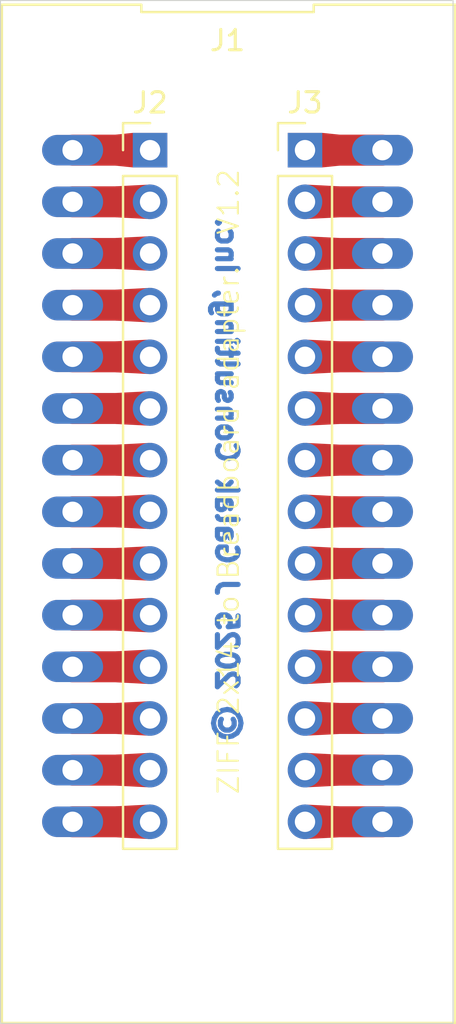
<source format=kicad_pcb>
(kicad_pcb (version 20240108) (generator "pcbnew") (generator_version "8.0")
  (layers (0 "F.Cu" jumper) (31 "B.Cu" signal) (34 "B.Paste" user) (35 "F.Paste" user) (36 "B.SilkS" user "B.Silkscreen") (37 "F.SilkS" user "F.Silkscreen") (38 "B.Mask" user) (39 "F.Mask" user) (44 "Edge.Cuts" user))
  (net 0 "")
  (net 1 "Net-(J1-Pin_18)")
  (net 2 "Net-(J1-Pin_7)")
  (net 3 "Net-(J1-Pin_21)")
  (net 4 "Net-(J1-Pin_6)")
  (net 5 "Net-(J1-Pin_11)")
  (net 6 "Net-(J1-Pin_10)")
  (net 7 "Net-(J1-Pin_26)")
  (net 8 "Net-(J1-Pin_27)")
  (net 9 "Net-(J1-Pin_4)")
  (net 10 "Net-(J1-Pin_9)")
  (net 11 "Net-(J1-Pin_1)")
  (net 12 "Net-(J1-Pin_28)")
  (net 13 "Net-(J1-Pin_8)")
  (net 14 "Net-(J1-Pin_13)")
  (net 15 "Net-(J1-Pin_12)")
  (net 16 "Net-(J1-Pin_5)")
  (net 17 "Net-(J1-Pin_17)")
  (net 18 "Net-(J1-Pin_19)")
  (net 19 "Net-(J1-Pin_3)")
  (net 20 "Net-(J1-Pin_14)")
  (net 21 "Net-(J1-Pin_24)")
  (net 22 "Net-(J1-Pin_16)")
  (net 23 "Net-(J1-Pin_2)")
  (net 24 "Net-(J1-Pin_15)")
  (net 25 "Net-(J1-Pin_22)")
  (net 26 "Net-(J1-Pin_20)")
  (net 27 "Net-(J1-Pin_25)")
  (net 28 "Net-(J1-Pin_23)")
  (footprint "Connector_PinHeader_2.54mm:PinHeader_1x14_P2.54mm_Vertical" (layer "F.Cu") (at 101.6 0)
    (property "Reference" "J2" (at 0 -2.33 0) (layer "F.SilkS"))
    (property "Value" "Conn_01x14")
    (fp_line (start -1.33 -1.33) (end 0 -1.33) (stroke (width 0.12)) (layer "F.SilkS"))
    (fp_line (start -1.33 0) (end -1.33 -1.33) (stroke (width 0.12)) (layer "F.SilkS"))
    (fp_line (start -1.33 1.27) (end -1.33 34.35) (stroke (width 0.12)) (layer "F.SilkS"))
    (fp_line (start -1.33 1.27) (end 1.33 1.27) (stroke (width 0.12)) (layer "F.SilkS"))
    (fp_line (start -1.33 34.35) (end 1.33 34.35) (stroke (width 0.12)) (layer "F.SilkS"))
    (fp_line (start 1.33 1.27) (end 1.33 34.35) (stroke (width 0.12)) (layer "F.SilkS"))
    (pad "1" thru_hole rect (at 0 0) (size 1.7 1.7) (drill 1) (layers "*.Cu" "*.Mask") (net 11 "Net-(J1-Pin_1)"))
    (pad "2" thru_hole oval (at 0 2.54) (size 1.7 1.7) (drill 1) (layers "*.Cu" "*.Mask") (net 23 "Net-(J1-Pin_2)"))
    (pad "3" thru_hole oval (at 0 5.08) (size 1.7 1.7) (drill 1) (layers "*.Cu" "*.Mask") (net 19 "Net-(J1-Pin_3)"))
    (pad "4" thru_hole oval (at 0 7.62) (size 1.7 1.7) (drill 1) (layers "*.Cu" "*.Mask") (net 9 "Net-(J1-Pin_4)"))
    (pad "5" thru_hole oval (at 0 10.16) (size 1.7 1.7) (drill 1) (layers "*.Cu" "*.Mask") (net 16 "Net-(J1-Pin_5)"))
    (pad "6" thru_hole oval (at 0 12.7) (size 1.7 1.7) (drill 1) (layers "*.Cu" "*.Mask") (net 4 "Net-(J1-Pin_6)"))
    (pad "7" thru_hole oval (at 0 15.24) (size 1.7 1.7) (drill 1) (layers "*.Cu" "*.Mask") (net 2 "Net-(J1-Pin_7)"))
    (pad "8" thru_hole oval (at 0 17.78) (size 1.7 1.7) (drill 1) (layers "*.Cu" "*.Mask") (net 13 "Net-(J1-Pin_8)"))
    (pad "9" thru_hole oval (at 0 20.32) (size 1.7 1.7) (drill 1) (layers "*.Cu" "*.Mask") (net 10 "Net-(J1-Pin_9)"))
    (pad "10" thru_hole oval (at 0 22.86) (size 1.7 1.7) (drill 1) (layers "*.Cu" "*.Mask") (net 6 "Net-(J1-Pin_10)"))
    (pad "11" thru_hole oval (at 0 25.4) (size 1.7 1.7) (drill 1) (layers "*.Cu" "*.Mask") (net 5 "Net-(J1-Pin_11)"))
    (pad "12" thru_hole oval (at 0 27.94) (size 1.7 1.7) (drill 1) (layers "*.Cu" "*.Mask") (net 15 "Net-(J1-Pin_12)"))
    (pad "13" thru_hole oval (at 0 30.48) (size 1.7 1.7) (drill 1) (layers "*.Cu" "*.Mask") (net 14 "Net-(J1-Pin_13)"))
    (pad "14" thru_hole oval (at 0 33.02) (size 1.7 1.7) (drill 1) (layers "*.Cu" "*.Mask") (net 20 "Net-(J1-Pin_14)"))
  )
  (footprint "JgalakLib:ZIFF Socket - DIP-28 - 15.24mm x 2.54mm" (layer "F.Cu") (at 105.41 16.51 -90)
    (property "Reference" "J1" (at -21.9 0 0) (layer "F.SilkS"))
    (property "Value" "Conn_02x14_Counter_Clockwise")
    (fp_line (start -23.65 11.1) (end 26.4 11.1) (stroke (width 0.12)) (layer "F.SilkS"))
    (fp_line (start 26.4 11.1) (end 26.4 -11.2) (stroke (width 0.12)) (layer "F.SilkS"))
    (fp_line (start -23.66 4.239999) (end -23.66 11.1) (stroke (width 0.12)) (layer "F.SilkS"))
    (fp_line (start -23.3 4.239999) (end -23.66 4.239999) (stroke (width 0.12)) (layer "F.SilkS"))
    (fp_line (start -23.66 -4.24) (end -23.3 -4.24) (stroke (width 0.12)) (layer "F.SilkS"))
    (fp_line (start -23.3 -4.24) (end -23.3 4.239999) (stroke (width 0.12)) (layer "F.SilkS"))
    (fp_line (start -23.66 -11.2) (end -23.66 -4.24) (stroke (width 0.12)) (layer "F.SilkS"))
    (fp_line (start 26.4 -11.2) (end -23.65 -11.2) (stroke (width 0.12)) (layer "F.SilkS"))
    (pad "1" thru_hole oval (at -16.51 7.62 270) (size 1.5 3) (drill 1) (layers "*.Cu" "*.Mask") (net 11 "Net-(J1-Pin_1)"))
    (pad "2" thru_hole oval (at -13.97 7.62 270) (size 1.5 3) (drill 1) (layers "*.Cu" "*.Mask") (net 23 "Net-(J1-Pin_2)"))
    (pad "3" thru_hole oval (at -11.43 7.62 270) (size 1.5 3) (drill 1) (layers "*.Cu" "*.Mask") (net 19 "Net-(J1-Pin_3)"))
    (pad "4" thru_hole oval (at -8.89 7.62 270) (size 1.5 3) (drill 1) (layers "*.Cu" "*.Mask") (net 9 "Net-(J1-Pin_4)"))
    (pad "5" thru_hole oval (at -6.35 7.62 270) (size 1.5 3) (drill 1) (layers "*.Cu" "*.Mask") (net 16 "Net-(J1-Pin_5)"))
    (pad "6" thru_hole oval (at -3.81 7.62 270) (size 1.5 3) (drill 1) (layers "*.Cu" "*.Mask") (net 4 "Net-(J1-Pin_6)"))
    (pad "7" thru_hole oval (at -1.27 7.62 270) (size 1.5 3) (drill 1) (layers "*.Cu" "*.Mask") (net 2 "Net-(J1-Pin_7)"))
    (pad "8" thru_hole oval (at 1.27 7.62 270) (size 1.5 3) (drill 1) (layers "*.Cu" "*.Mask") (net 13 "Net-(J1-Pin_8)"))
    (pad "9" thru_hole oval (at 3.81 7.62 270) (size 1.5 3) (drill 1) (layers "*.Cu" "*.Mask") (net 10 "Net-(J1-Pin_9)"))
    (pad "10" thru_hole oval (at 6.35 7.62 270) (size 1.5 3) (drill 1) (layers "*.Cu" "*.Mask") (net 6 "Net-(J1-Pin_10)"))
    (pad "11" thru_hole oval (at 8.89 7.62 270) (size 1.5 3) (drill 1) (layers "*.Cu" "*.Mask") (net 5 "Net-(J1-Pin_11)"))
    (pad "12" thru_hole oval (at 11.43 7.62 270) (size 1.5 3) (drill 1) (layers "*.Cu" "*.Mask") (net 15 "Net-(J1-Pin_12)"))
    (pad "13" thru_hole oval (at 13.97 7.62 270) (size 1.5 3) (drill 1) (layers "*.Cu" "*.Mask") (net 14 "Net-(J1-Pin_13)"))
    (pad "14" thru_hole oval (at 16.51 7.62 270) (size 1.5 3) (drill 1) (layers "*.Cu" "*.Mask") (net 20 "Net-(J1-Pin_14)"))
    (pad "15" thru_hole oval (at 16.51 -7.62 270) (size 1.5 3) (drill 1) (layers "*.Cu" "*.Mask") (net 24 "Net-(J1-Pin_15)"))
    (pad "16" thru_hole oval (at 13.97 -7.62 270) (size 1.5 3) (drill 1) (layers "*.Cu" "*.Mask") (net 22 "Net-(J1-Pin_16)"))
    (pad "17" thru_hole oval (at 11.43 -7.62 270) (size 1.5 3) (drill 1) (layers "*.Cu" "*.Mask") (net 17 "Net-(J1-Pin_17)"))
    (pad "18" thru_hole oval (at 8.89 -7.62 270) (size 1.5 3) (drill 1) (layers "*.Cu" "*.Mask") (net 1 "Net-(J1-Pin_18)"))
    (pad "19" thru_hole oval (at 6.35 -7.62 270) (size 1.5 3) (drill 1) (layers "*.Cu" "*.Mask") (net 18 "Net-(J1-Pin_19)"))
    (pad "20" thru_hole oval (at 3.81 -7.62 270) (size 1.5 3) (drill 1) (layers "*.Cu" "*.Mask") (net 26 "Net-(J1-Pin_20)"))
    (pad "21" thru_hole oval (at 1.27 -7.62 270) (size 1.5 3) (drill 1) (layers "*.Cu" "*.Mask") (net 3 "Net-(J1-Pin_21)"))
    (pad "22" thru_hole oval (at -1.27 -7.62 270) (size 1.5 3) (drill 1) (layers "*.Cu" "*.Mask") (net 25 "Net-(J1-Pin_22)"))
    (pad "23" thru_hole oval (at -3.81 -7.62 270) (size 1.5 3) (drill 1) (layers "*.Cu" "*.Mask") (net 28 "Net-(J1-Pin_23)"))
    (pad "24" thru_hole oval (at -6.35 -7.62 270) (size 1.5 3) (drill 1) (layers "*.Cu" "*.Mask") (net 21 "Net-(J1-Pin_24)"))
    (pad "25" thru_hole oval (at -8.89 -7.62 270) (size 1.5 3) (drill 1) (layers "*.Cu" "*.Mask") (net 27 "Net-(J1-Pin_25)"))
    (pad "26" thru_hole oval (at -11.43 -7.62 270) (size 1.5 3) (drill 1) (layers "*.Cu" "*.Mask") (net 7 "Net-(J1-Pin_26)"))
    (pad "27" thru_hole oval (at -13.97 -7.62 270) (size 1.5 3) (drill 1) (layers "*.Cu" "*.Mask") (net 8 "Net-(J1-Pin_27)"))
    (pad "28" thru_hole oval (at -16.51 -7.62 270) (size 1.5 3) (drill 1) (layers "*.Cu" "*.Mask") (net 12 "Net-(J1-Pin_28)"))
  )
  (footprint "Connector_PinHeader_2.54mm:PinHeader_1x14_P2.54mm_Vertical" (layer "F.Cu") (at 109.22 0)
    (property "Reference" "J3" (at 0 -2.33 0) (layer "F.SilkS"))
    (property "Value" "Conn_01x14")
    (fp_line (start -1.33 -1.33) (end 0 -1.33) (stroke (width 0.12)) (layer "F.SilkS"))
    (fp_line (start -1.33 0) (end -1.33 -1.33) (stroke (width 0.12)) (layer "F.SilkS"))
    (fp_line (start -1.33 1.27) (end -1.33 34.35) (stroke (width 0.12)) (layer "F.SilkS"))
    (fp_line (start -1.33 1.27) (end 1.33 1.27) (stroke (width 0.12)) (layer "F.SilkS"))
    (fp_line (start -1.33 34.35) (end 1.33 34.35) (stroke (width 0.12)) (layer "F.SilkS"))
    (fp_line (start 1.33 1.27) (end 1.33 34.35) (stroke (width 0.12)) (layer "F.SilkS"))
    (pad "1" thru_hole rect (at 0 0) (size 1.7 1.7) (drill 1) (layers "*.Cu" "*.Mask") (net 12 "Net-(J1-Pin_28)"))
    (pad "2" thru_hole oval (at 0 2.54) (size 1.7 1.7) (drill 1) (layers "*.Cu" "*.Mask") (net 8 "Net-(J1-Pin_27)"))
    (pad "3" thru_hole oval (at 0 5.08) (size 1.7 1.7) (drill 1) (layers "*.Cu" "*.Mask") (net 7 "Net-(J1-Pin_26)"))
    (pad "4" thru_hole oval (at 0 7.62) (size 1.7 1.7) (drill 1) (layers "*.Cu" "*.Mask") (net 27 "Net-(J1-Pin_25)"))
    (pad "5" thru_hole oval (at 0 10.16) (size 1.7 1.7) (drill 1) (layers "*.Cu" "*.Mask") (net 21 "Net-(J1-Pin_24)"))
    (pad "6" thru_hole oval (at 0 12.7) (size 1.7 1.7) (drill 1) (layers "*.Cu" "*.Mask") (net 28 "Net-(J1-Pin_23)"))
    (pad "7" thru_hole oval (at 0 15.24) (size 1.7 1.7) (drill 1) (layers "*.Cu" "*.Mask") (net 25 "Net-(J1-Pin_22)"))
    (pad "8" thru_hole oval (at 0 17.78) (size 1.7 1.7) (drill 1) (layers "*.Cu" "*.Mask") (net 3 "Net-(J1-Pin_21)"))
    (pad "9" thru_hole oval (at 0 20.32) (size 1.7 1.7) (drill 1) (layers "*.Cu" "*.Mask") (net 26 "Net-(J1-Pin_20)"))
    (pad "10" thru_hole oval (at 0 22.86) (size 1.7 1.7) (drill 1) (layers "*.Cu" "*.Mask") (net 18 "Net-(J1-Pin_19)"))
    (pad "11" thru_hole oval (at 0 25.4) (size 1.7 1.7) (drill 1) (layers "*.Cu" "*.Mask") (net 1 "Net-(J1-Pin_18)"))
    (pad "12" thru_hole oval (at 0 27.94) (size 1.7 1.7) (drill 1) (layers "*.Cu" "*.Mask") (net 17 "Net-(J1-Pin_17)"))
    (pad "13" thru_hole oval (at 0 30.48) (size 1.7 1.7) (drill 1) (layers "*.Cu" "*.Mask") (net 22 "Net-(J1-Pin_16)"))
    (pad "14" thru_hole oval (at 0 33.02) (size 1.7 1.7) (drill 1) (layers "*.Cu" "*.Mask") (net 24 "Net-(J1-Pin_15)"))
  )
  (gr_rect (start 94.244 -7.357) (end 116.502 42.926) (stroke (width 0.05)) (fill none) (layer "Edge.Cuts"))
  (gr_text "© 2025 J Galak Consulting, Inc." (at 104.775 29.21 -90) (layer "B.Cu") (effects (font (size 1.016 1.016) (thickness 0.254) (bold yes)) (justify left bottom mirror)))
  (gr_text "ZIFF 2x14 to Breadboard adapter.  V1.2" (at 106.045 31.75 90) (layer "F.SilkS") (effects (font (size 1 1) (thickness 0.1)) (justify left bottom)))
  (segment (start 113.03 25.4) (end 109.22 25.4) (width 1.524) (layer "F.Cu") (net 1))
  (segment (start 97.79 15.24) (end 101.6 15.24) (width 1.524) (layer "F.Cu") (net 2))
  (segment (start 109.22 17.78) (end 113.03 17.78) (width 1.524) (layer "F.Cu") (net 3))
  (segment (start 97.79 12.7) (end 101.6 12.7) (width 1.524) (layer "F.Cu") (net 4))
  (segment (start 97.79 25.4) (end 101.6 25.4) (width 1.524) (layer "F.Cu") (net 5))
  (segment (start 97.79 22.86) (end 101.6 22.86) (width 1.524) (layer "F.Cu") (net 6))
  (segment (start 109.22 5.08) (end 113.03 5.08) (width 1.524) (layer "F.Cu") (net 7))
  (segment (start 109.22 2.54) (end 113.03 2.54) (width 1.524) (layer "F.Cu") (net 8))
  (segment (start 97.79 7.62) (end 101.6 7.62) (width 1.524) (layer "F.Cu") (net 9))
  (segment (start 97.79 20.32) (end 101.6 20.32) (width 1.524) (layer "F.Cu") (net 10))
  (segment (start 97.79 0) (end 101.6 0) (width 1.524) (layer "F.Cu") (net 11))
  (segment (start 113.03 0) (end 109.22 0) (width 1.524) (layer "F.Cu") (net 12))
  (segment (start 97.79 17.78) (end 101.6 17.78) (width 1.524) (layer "F.Cu") (net 13))
  (segment (start 97.79 30.48) (end 101.6 30.48) (width 1.524) (layer "F.Cu") (net 14))
  (segment (start 97.79 27.94) (end 101.6 27.94) (width 1.524) (layer "F.Cu") (net 15))
  (segment (start 97.79 10.16) (end 101.6 10.16) (width 1.524) (layer "F.Cu") (net 16))
  (segment (start 109.22 27.94) (end 113.03 27.94) (width 1.524) (layer "F.Cu") (net 17))
  (segment (start 109.22 22.86) (end 113.03 22.86) (width 1.524) (layer "F.Cu") (net 18))
  (segment (start 97.79 5.08) (end 101.6 5.08) (width 1.524) (layer "F.Cu") (net 19))
  (segment (start 97.79 33.02) (end 101.6 33.02) (width 1.524) (layer "F.Cu") (net 20))
  (segment (start 109.22 10.16) (end 113.03 10.16) (width 1.524) (layer "F.Cu") (net 21))
  (segment (start 113.03 30.48) (end 109.22 30.48) (width 1.524) (layer "F.Cu") (net 22))
  (segment (start 97.79 2.54) (end 101.6 2.54) (width 1.524) (layer "F.Cu") (net 23))
  (segment (start 109.22 33.02) (end 113.03 33.02) (width 1.524) (layer "F.Cu") (net 24))
  (segment (start 109.22 15.24) (end 113.03 15.24) (width 1.524) (layer "F.Cu") (net 25))
  (segment (start 113.03 20.32) (end 109.22 20.32) (width 1.524) (layer "F.Cu") (net 26))
  (segment (start 109.22 7.62) (end 113.03 7.62) (width 1.524) (layer "F.Cu") (net 27))
  (segment (start 109.22 12.7) (end 113.03 12.7) (width 1.524) (layer "F.Cu") (net 28))
)
</source>
